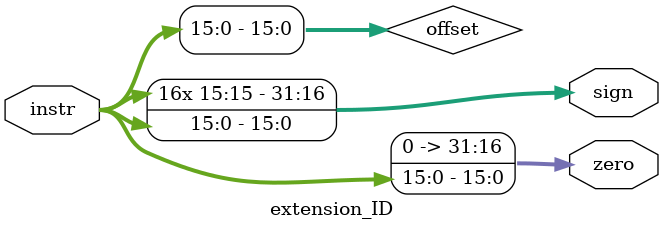
<source format=v>
`timescale 1ns / 1ps
module extension_ID(
    input [31:0] instr,
    output [31:0] zero,
	 output [31:0] sign
    );
	wire[15:0]offset;
	assign offset=instr[15:0];
	assign zero={16'b0000_0000_0000_0000,offset};
	assign sign={{16{offset[15]}},offset};
	

endmodule
</source>
